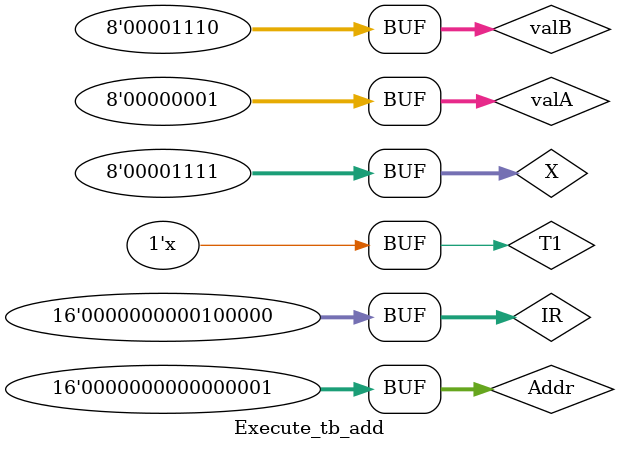
<source format=v>
`timescale 1ns / 1ps

/**
测试执行模块，
输入IR 00000_000_001_00000，valA，valB，X，Addr
译码得到输出ALUOUT
成功
*/
module Execute_tb_add();
    reg T1;
    reg [7:0] valA;
    reg [7:0] valB;
    reg [7:0] X;
    reg [15:0] Addr;
    reg [15:0] IR;
    wire [7:0] ALUOUT;
    always #5 T1=~T1;//每10ns一次
    initial
        begin
            T1 = 1'b0;
            valA = 8'b0000_0001;
            valB = 8'b0000_1110;
            X    = 8'b0000_1111;
            Addr = 16'b0000_0000_0000_0001;
            IR = 16'b00000_000_001_00000;//测试ADD R0+R1（valA+valB）
        end
    Execute testADD(T1,valA,valB,X,Addr,IR,ALUOUT);
endmodule

</source>
